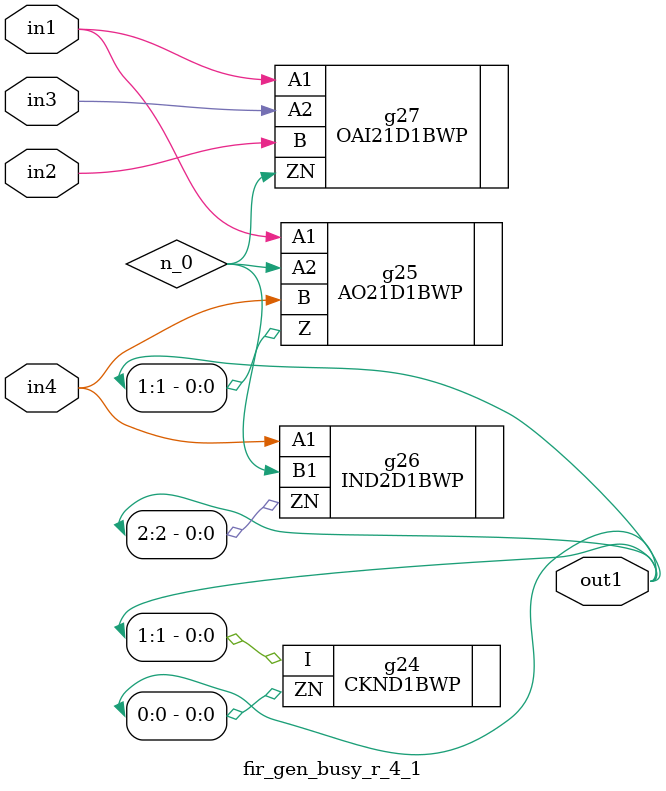
<source format=v>
`timescale 1ps / 1ps


module fir_gen_busy_r_4_1(in1, in2, in3, in4, out1);
  input in1, in2, in3, in4;
  output [2:0] out1;
  wire in1, in2, in3, in4;
  wire [2:0] out1;
  wire n_0;
  CKND1BWP g24(.I (out1[1]), .ZN (out1[0]));
  AO21D1BWP g25(.A1 (in1), .A2 (n_0), .B (in4), .Z (out1[1]));
  IND2D1BWP g26(.A1 (in4), .B1 (n_0), .ZN (out1[2]));
  OAI21D1BWP g27(.A1 (in1), .A2 (in3), .B (in2), .ZN (n_0));
endmodule



</source>
